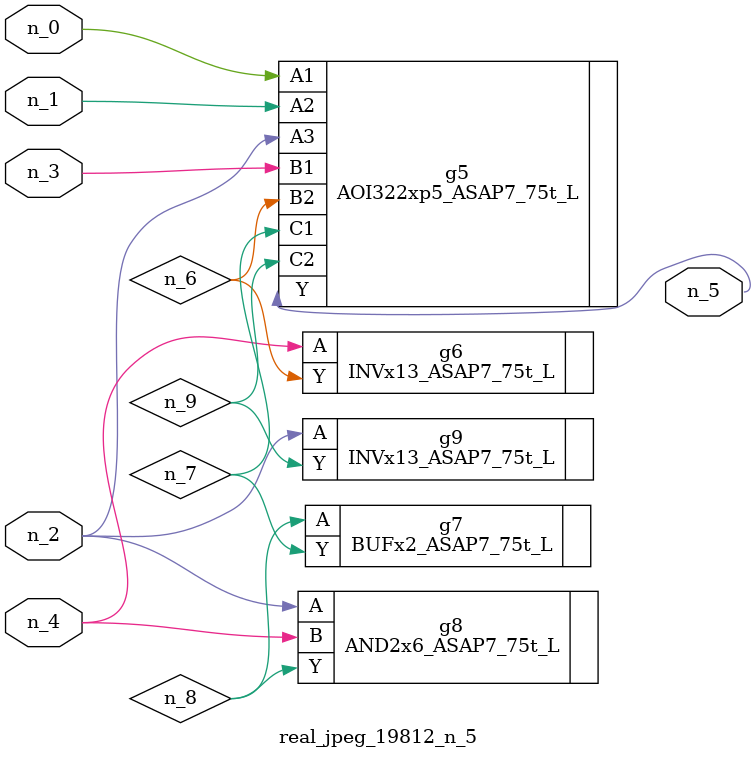
<source format=v>
module real_jpeg_19812_n_5 (n_4, n_0, n_1, n_2, n_3, n_5);

input n_4;
input n_0;
input n_1;
input n_2;
input n_3;

output n_5;

wire n_8;
wire n_6;
wire n_7;
wire n_9;

AOI322xp5_ASAP7_75t_L g5 ( 
.A1(n_0),
.A2(n_1),
.A3(n_2),
.B1(n_3),
.B2(n_6),
.C1(n_7),
.C2(n_9),
.Y(n_5)
);

AND2x6_ASAP7_75t_L g8 ( 
.A(n_2),
.B(n_4),
.Y(n_8)
);

INVx13_ASAP7_75t_L g9 ( 
.A(n_2),
.Y(n_9)
);

INVx13_ASAP7_75t_L g6 ( 
.A(n_4),
.Y(n_6)
);

BUFx2_ASAP7_75t_L g7 ( 
.A(n_8),
.Y(n_7)
);


endmodule
</source>
